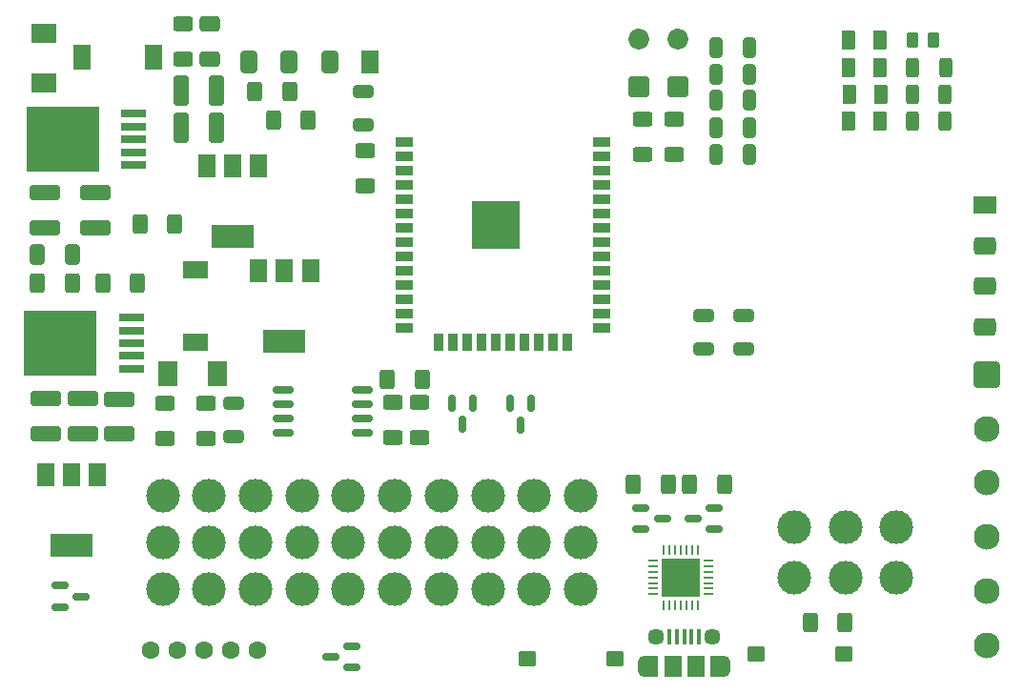
<source format=gbr>
%TF.GenerationSoftware,KiCad,Pcbnew,(6.0.10)*%
%TF.CreationDate,2023-04-25T21:53:47+02:00*%
%TF.ProjectId,sabvoton-controller,73616276-6f74-46f6-9e2d-636f6e74726f,rev?*%
%TF.SameCoordinates,Original*%
%TF.FileFunction,Soldermask,Top*%
%TF.FilePolarity,Negative*%
%FSLAX46Y46*%
G04 Gerber Fmt 4.6, Leading zero omitted, Abs format (unit mm)*
G04 Created by KiCad (PCBNEW (6.0.10)) date 2023-04-25 21:53:47*
%MOMM*%
%LPD*%
G01*
G04 APERTURE LIST*
G04 Aperture macros list*
%AMRoundRect*
0 Rectangle with rounded corners*
0 $1 Rounding radius*
0 $2 $3 $4 $5 $6 $7 $8 $9 X,Y pos of 4 corners*
0 Add a 4 corners polygon primitive as box body*
4,1,4,$2,$3,$4,$5,$6,$7,$8,$9,$2,$3,0*
0 Add four circle primitives for the rounded corners*
1,1,$1+$1,$2,$3*
1,1,$1+$1,$4,$5*
1,1,$1+$1,$6,$7*
1,1,$1+$1,$8,$9*
0 Add four rect primitives between the rounded corners*
20,1,$1+$1,$2,$3,$4,$5,0*
20,1,$1+$1,$4,$5,$6,$7,0*
20,1,$1+$1,$6,$7,$8,$9,0*
20,1,$1+$1,$8,$9,$2,$3,0*%
G04 Aperture macros list end*
%ADD10RoundRect,0.250000X0.375000X0.625000X-0.375000X0.625000X-0.375000X-0.625000X0.375000X-0.625000X0*%
%ADD11RoundRect,0.250000X-0.312500X-0.625000X0.312500X-0.625000X0.312500X0.625000X-0.312500X0.625000X0*%
%ADD12RoundRect,0.250000X-0.262500X-0.450000X0.262500X-0.450000X0.262500X0.450000X-0.262500X0.450000X0*%
%ADD13RoundRect,0.250000X-0.650000X0.325000X-0.650000X-0.325000X0.650000X-0.325000X0.650000X0.325000X0*%
%ADD14RoundRect,0.250000X0.650000X-0.325000X0.650000X0.325000X-0.650000X0.325000X-0.650000X-0.325000X0*%
%ADD15RoundRect,0.250000X-0.325000X-0.650000X0.325000X-0.650000X0.325000X0.650000X-0.325000X0.650000X0*%
%ADD16RoundRect,0.250000X0.625000X-0.400000X0.625000X0.400000X-0.625000X0.400000X-0.625000X-0.400000X0*%
%ADD17RoundRect,0.250000X0.675000X-0.675000X0.675000X0.675000X-0.675000X0.675000X-0.675000X-0.675000X0*%
%ADD18C,1.850000*%
%ADD19RoundRect,0.400000X0.600000X-0.400000X0.600000X0.400000X-0.600000X0.400000X-0.600000X-0.400000X0*%
%ADD20R,2.000000X1.600000*%
%ADD21C,1.600000*%
%ADD22RoundRect,0.150000X0.800000X0.150000X-0.800000X0.150000X-0.800000X-0.150000X0.800000X-0.150000X0*%
%ADD23R,1.500000X2.000000*%
%ADD24R,3.800000X2.000000*%
%ADD25RoundRect,0.250000X0.400000X0.625000X-0.400000X0.625000X-0.400000X-0.625000X0.400000X-0.625000X0*%
%ADD26RoundRect,0.150000X0.587500X0.150000X-0.587500X0.150000X-0.587500X-0.150000X0.587500X-0.150000X0*%
%ADD27RoundRect,0.150000X-0.150000X0.587500X-0.150000X-0.587500X0.150000X-0.587500X0.150000X0.587500X0*%
%ADD28RoundRect,0.150000X-0.587500X-0.150000X0.587500X-0.150000X0.587500X0.150000X-0.587500X0.150000X0*%
%ADD29RoundRect,0.400000X-0.400000X-0.600000X0.400000X-0.600000X0.400000X0.600000X-0.400000X0.600000X0*%
%ADD30R,1.600000X2.000000*%
%ADD31RoundRect,0.062500X0.062500X-0.337500X0.062500X0.337500X-0.062500X0.337500X-0.062500X-0.337500X0*%
%ADD32RoundRect,0.062500X0.337500X-0.062500X0.337500X0.062500X-0.337500X0.062500X-0.337500X-0.062500X0*%
%ADD33R,3.350000X3.350000*%
%ADD34RoundRect,0.140000X0.610000X0.560000X-0.610000X0.560000X-0.610000X-0.560000X0.610000X-0.560000X0*%
%ADD35RoundRect,0.140000X-0.610000X-0.560000X0.610000X-0.560000X0.610000X0.560000X-0.610000X0.560000X0*%
%ADD36RoundRect,0.250000X-0.400000X-0.625000X0.400000X-0.625000X0.400000X0.625000X-0.400000X0.625000X0*%
%ADD37R,0.400000X1.350000*%
%ADD38R,1.500000X1.900000*%
%ADD39R,1.200000X1.900000*%
%ADD40O,1.200000X1.900000*%
%ADD41C,1.450000*%
%ADD42RoundRect,0.250001X-0.899999X0.899999X-0.899999X-0.899999X0.899999X-0.899999X0.899999X0.899999X0*%
%ADD43C,2.300000*%
%ADD44RoundRect,0.250000X1.100000X-0.412500X1.100000X0.412500X-1.100000X0.412500X-1.100000X-0.412500X0*%
%ADD45RoundRect,0.250000X0.412500X1.100000X-0.412500X1.100000X-0.412500X-1.100000X0.412500X-1.100000X0*%
%ADD46RoundRect,0.250000X0.412500X0.650000X-0.412500X0.650000X-0.412500X-0.650000X0.412500X-0.650000X0*%
%ADD47R,2.200000X0.800000*%
%ADD48R,6.400000X5.800000*%
%ADD49R,2.200000X1.500000*%
%ADD50C,3.000000*%
%ADD51RoundRect,0.250000X-0.650000X0.412500X-0.650000X-0.412500X0.650000X-0.412500X0.650000X0.412500X0*%
%ADD52R,1.500000X2.200000*%
%ADD53R,1.500000X0.900000*%
%ADD54R,0.900000X1.500000*%
%ADD55R,4.200000X4.200000*%
%ADD56C,0.475000*%
%ADD57R,2.200000X1.750000*%
%ADD58R,1.750000X2.200000*%
G04 APERTURE END LIST*
D10*
%TO.C,D5*%
X168120000Y-66070000D03*
X165320000Y-66070000D03*
%TD*%
%TO.C,D6*%
X168130000Y-63690000D03*
X165330000Y-63690000D03*
%TD*%
%TO.C,D4*%
X168120000Y-61300000D03*
X165320000Y-61300000D03*
%TD*%
%TO.C,D3*%
X168120000Y-58910000D03*
X165320000Y-58910000D03*
%TD*%
D11*
%TO.C,R_LED_4*%
X170937500Y-63690000D03*
X173862500Y-63690000D03*
%TD*%
%TO.C,R_LED_3*%
X170927500Y-66070000D03*
X173852500Y-66070000D03*
%TD*%
%TO.C,R_LED_2*%
X170957500Y-61310000D03*
X173882500Y-61310000D03*
%TD*%
D12*
%TO.C,R_LED_1*%
X170957500Y-58910000D03*
X172782500Y-58910000D03*
%TD*%
D13*
%TO.C,CSMALL13*%
X152440000Y-83375000D03*
X152440000Y-86325000D03*
%TD*%
%TO.C,CSMALL12*%
X155940000Y-83335000D03*
X155940000Y-86285000D03*
%TD*%
D14*
%TO.C,CSMALL11*%
X122190000Y-66435000D03*
X122190000Y-63485000D03*
%TD*%
D15*
%TO.C,CSMALL10*%
X153515000Y-69020000D03*
X156465000Y-69020000D03*
%TD*%
%TO.C,CSMALL9*%
X153545000Y-66640000D03*
X156495000Y-66640000D03*
%TD*%
%TO.C,CSMALL8*%
X153545000Y-64230000D03*
X156495000Y-64230000D03*
%TD*%
%TO.C,CSMALL7*%
X153545000Y-61900000D03*
X156495000Y-61900000D03*
%TD*%
%TO.C,CSMALL6*%
X153545000Y-59520000D03*
X156495000Y-59520000D03*
%TD*%
D16*
%TO.C,R10*%
X147000000Y-69030000D03*
X147000000Y-65930000D03*
%TD*%
%TO.C,R9*%
X149780000Y-69030000D03*
X149780000Y-65930000D03*
%TD*%
D17*
%TO.C,J7*%
X146650000Y-63030000D03*
D18*
X146650000Y-58830000D03*
%TD*%
D17*
%TO.C,J6*%
X150100000Y-63000000D03*
D18*
X150100000Y-58800000D03*
%TD*%
D19*
%TO.C,J4*%
X177430000Y-84330000D03*
X177430000Y-80730000D03*
X177430000Y-77130000D03*
D20*
X177430000Y-73530000D03*
%TD*%
D21*
%TO.C,J9*%
X103330000Y-113035000D03*
X105705000Y-113035000D03*
X108080000Y-113035000D03*
X110455000Y-113035000D03*
X112830000Y-113035000D03*
%TD*%
D22*
%TO.C,U7*%
X115110000Y-93785000D03*
X115110000Y-92515000D03*
X115110000Y-91245000D03*
X115110000Y-89975000D03*
X122110000Y-89975000D03*
X122110000Y-91245000D03*
X122110000Y-92515000D03*
X122110000Y-93785000D03*
%TD*%
D23*
%TO.C,U6*%
X98590000Y-97450000D03*
D24*
X96290000Y-103750000D03*
D23*
X96290000Y-97450000D03*
X93990000Y-97450000D03*
%TD*%
D25*
%TO.C,R15*%
X117310000Y-65980000D03*
X114210000Y-65980000D03*
%TD*%
%TO.C,R14*%
X115630000Y-63430000D03*
X112530000Y-63430000D03*
%TD*%
D16*
%TO.C,R11*%
X122350000Y-71800000D03*
X122350000Y-68700000D03*
%TD*%
%TO.C,R8*%
X124790000Y-94180000D03*
X124790000Y-91080000D03*
%TD*%
%TO.C,R7*%
X127180000Y-94180000D03*
X127180000Y-91080000D03*
%TD*%
D25*
%TO.C,R6*%
X127420000Y-88980000D03*
X124320000Y-88980000D03*
%TD*%
%TO.C,R5*%
X164960000Y-110600000D03*
X161860000Y-110600000D03*
%TD*%
D26*
%TO.C,Q4*%
X121207500Y-114590000D03*
X121207500Y-112690000D03*
X119332500Y-113640000D03*
%TD*%
D27*
%TO.C,Q3*%
X131950000Y-91092500D03*
X130050000Y-91092500D03*
X131000000Y-92967500D03*
%TD*%
%TO.C,Q2*%
X137130000Y-91172500D03*
X135230000Y-91172500D03*
X136180000Y-93047500D03*
%TD*%
D28*
%TO.C,Q1*%
X95242500Y-107340000D03*
X95242500Y-109240000D03*
X97117500Y-108290000D03*
%TD*%
D29*
%TO.C,J5*%
X112020000Y-60850000D03*
X115620000Y-60850000D03*
X119220000Y-60850000D03*
D30*
X122820000Y-60850000D03*
%TD*%
D31*
%TO.C,U8*%
X148900000Y-109050000D03*
X149400000Y-109050000D03*
X149900000Y-109050000D03*
X150400000Y-109050000D03*
X150900000Y-109050000D03*
X151400000Y-109050000D03*
X151900000Y-109050000D03*
D32*
X152850000Y-108100000D03*
X152850000Y-107600000D03*
X152850000Y-107100000D03*
X152850000Y-106600000D03*
X152850000Y-106100000D03*
X152850000Y-105600000D03*
X152850000Y-105100000D03*
D31*
X151900000Y-104150000D03*
X151400000Y-104150000D03*
X150900000Y-104150000D03*
X150400000Y-104150000D03*
X149900000Y-104150000D03*
X149400000Y-104150000D03*
X148900000Y-104150000D03*
D32*
X147950000Y-105100000D03*
X147950000Y-105600000D03*
X147950000Y-106100000D03*
X147950000Y-106600000D03*
X147950000Y-107100000D03*
X147950000Y-107600000D03*
X147950000Y-108100000D03*
D33*
X150400000Y-106600000D03*
%TD*%
D34*
%TO.C,SW2*%
X164900000Y-113400000D03*
X157100000Y-113400000D03*
%TD*%
D35*
%TO.C,SW1*%
X136720000Y-113830000D03*
X144520000Y-113830000D03*
%TD*%
D25*
%TO.C,R13*%
X149250000Y-98300000D03*
X146150000Y-98300000D03*
%TD*%
D36*
%TO.C,R12*%
X151150000Y-98300000D03*
X154250000Y-98300000D03*
%TD*%
D26*
%TO.C,Q6*%
X153337500Y-102350000D03*
X153337500Y-100450000D03*
X151462500Y-101400000D03*
%TD*%
D28*
%TO.C,Q5*%
X146862500Y-100450000D03*
X146862500Y-102350000D03*
X148737500Y-101400000D03*
%TD*%
D13*
%TO.C,CSMALL1*%
X110700000Y-91125000D03*
X110700000Y-94075000D03*
%TD*%
D37*
%TO.C,J8*%
X149400000Y-111837500D03*
X150050000Y-111837500D03*
X150700000Y-111837500D03*
X151350000Y-111837500D03*
X152000000Y-111837500D03*
D38*
X149700000Y-114537500D03*
D39*
X153600000Y-114537500D03*
D40*
X154200000Y-114537500D03*
D41*
X148200000Y-111837500D03*
D40*
X147200000Y-114537500D03*
D39*
X147800000Y-114537500D03*
D41*
X153200000Y-111837500D03*
D38*
X151700000Y-114537500D03*
%TD*%
D42*
%TO.C,J3*%
X177600000Y-88600000D03*
D43*
X177600000Y-93400000D03*
X177600000Y-98200000D03*
X177600000Y-103000000D03*
X177600000Y-107800000D03*
X177600000Y-112600000D03*
%TD*%
D16*
%TO.C,RB2*%
X104600000Y-94250000D03*
X104600000Y-91150000D03*
%TD*%
D44*
%TO.C,COUT1*%
X98400000Y-75562500D03*
X98400000Y-72437500D03*
%TD*%
D45*
%TO.C,COUT2*%
X109162500Y-66700000D03*
X106037500Y-66700000D03*
%TD*%
D46*
%TO.C,CFF1*%
X96362500Y-77900000D03*
X93237500Y-77900000D03*
%TD*%
D47*
%TO.C,U2*%
X101600000Y-88080000D03*
X101600000Y-86940000D03*
X101600000Y-85800000D03*
D48*
X95300000Y-85800000D03*
D47*
X101600000Y-84660000D03*
X101600000Y-83520000D03*
%TD*%
D49*
%TO.C,L1*%
X107300000Y-85700000D03*
X107300000Y-79300000D03*
%TD*%
D23*
%TO.C,U5*%
X117500000Y-79350000D03*
D24*
X115200000Y-85650000D03*
D23*
X115200000Y-79350000D03*
X112900000Y-79350000D03*
%TD*%
D44*
%TO.C,CIN1*%
X94000000Y-93862500D03*
X94000000Y-90737500D03*
%TD*%
D50*
%TO.C,J1*%
X160500000Y-102150000D03*
X165000000Y-102150000D03*
X169500000Y-102150000D03*
X160500000Y-106650000D03*
X165000000Y-106650000D03*
X169500000Y-106650000D03*
%TD*%
D51*
%TO.C,CFF2*%
X108600000Y-57437500D03*
X108600000Y-60562500D03*
%TD*%
D52*
%TO.C,L2*%
X97200000Y-60400000D03*
X103600000Y-60400000D03*
%TD*%
D53*
%TO.C,U1*%
X125870000Y-67950000D03*
X125870000Y-69220000D03*
X125870000Y-70490000D03*
X125870000Y-71760000D03*
X125870000Y-73030000D03*
X125870000Y-74300000D03*
X125870000Y-75570000D03*
X125870000Y-76840000D03*
X125870000Y-78110000D03*
X125870000Y-79380000D03*
X125870000Y-80650000D03*
X125870000Y-81920000D03*
X125870000Y-83190000D03*
X125870000Y-84460000D03*
D54*
X128910000Y-85710000D03*
X130180000Y-85710000D03*
X131450000Y-85710000D03*
X132720000Y-85710000D03*
X133990000Y-85710000D03*
X135260000Y-85710000D03*
X136530000Y-85710000D03*
X137800000Y-85710000D03*
X139070000Y-85710000D03*
X140340000Y-85710000D03*
D53*
X143370000Y-84460000D03*
X143370000Y-83190000D03*
X143370000Y-81920000D03*
X143370000Y-80650000D03*
X143370000Y-79380000D03*
X143370000Y-78110000D03*
X143370000Y-76840000D03*
X143370000Y-75570000D03*
X143370000Y-74300000D03*
X143370000Y-73030000D03*
X143370000Y-71760000D03*
X143370000Y-70490000D03*
X143370000Y-69220000D03*
X143370000Y-67950000D03*
D55*
X133940000Y-75290000D03*
D56*
X133177500Y-75290000D03*
X134702500Y-75290000D03*
X133940000Y-74527500D03*
X133940000Y-76052500D03*
X132415000Y-74527500D03*
X135465000Y-76052500D03*
X133177500Y-76815000D03*
X133177500Y-73765000D03*
X134702500Y-73765000D03*
X132415000Y-76052500D03*
X135465000Y-74527500D03*
X134702500Y-76815000D03*
%TD*%
D36*
%TO.C,R1*%
X93250000Y-80500000D03*
X96350000Y-80500000D03*
%TD*%
%TO.C,R4*%
X102350000Y-75200000D03*
X105450000Y-75200000D03*
%TD*%
D44*
%TO.C,COUT3*%
X93900000Y-75562500D03*
X93900000Y-72437500D03*
%TD*%
D47*
%TO.C,U3*%
X101800000Y-69980000D03*
X101800000Y-68840000D03*
X101800000Y-67700000D03*
D48*
X95500000Y-67700000D03*
D47*
X101800000Y-66560000D03*
X101800000Y-65420000D03*
%TD*%
D16*
%TO.C,RB1*%
X108200000Y-94250000D03*
X108200000Y-91150000D03*
%TD*%
D23*
%TO.C,U4*%
X112900000Y-70050000D03*
X110600000Y-70050000D03*
D24*
X110600000Y-76350000D03*
D23*
X108300000Y-70050000D03*
%TD*%
D36*
%TO.C,R2*%
X99050000Y-80500000D03*
X102150000Y-80500000D03*
%TD*%
D57*
%TO.C,D2*%
X93800000Y-62700000D03*
X93800000Y-58300000D03*
%TD*%
D44*
%TO.C,CIN3*%
X100520000Y-93882500D03*
X100520000Y-90757500D03*
%TD*%
D50*
%TO.C,J2*%
X104375000Y-99375000D03*
X108500000Y-99375000D03*
X112625000Y-99375000D03*
X116750000Y-99375000D03*
X120875000Y-99375000D03*
X125000000Y-99375000D03*
X129125000Y-99375000D03*
X133250000Y-99375000D03*
X137375000Y-99375000D03*
X141500000Y-99375000D03*
X104375000Y-103500000D03*
X108500000Y-103500000D03*
X112625000Y-103500000D03*
X116750000Y-103500000D03*
X120875000Y-103500000D03*
X125000000Y-103500000D03*
X129125000Y-103500000D03*
X133250000Y-103500000D03*
X137375000Y-103500000D03*
X141500000Y-103500000D03*
X104375000Y-107625000D03*
X108500000Y-107625000D03*
X112625000Y-107625000D03*
X116750000Y-107625000D03*
X120875000Y-107625000D03*
X125000000Y-107625000D03*
X129125000Y-107625000D03*
X133250000Y-107625000D03*
X137375000Y-107625000D03*
X141500000Y-107625000D03*
%TD*%
D45*
%TO.C,COUT4*%
X109162500Y-63400000D03*
X106037500Y-63400000D03*
%TD*%
D16*
%TO.C,R3*%
X106200000Y-60550000D03*
X106200000Y-57450000D03*
%TD*%
D58*
%TO.C,D1*%
X104800000Y-88500000D03*
X109200000Y-88500000D03*
%TD*%
D44*
%TO.C,CIN2*%
X97260000Y-93872500D03*
X97260000Y-90747500D03*
%TD*%
M02*

</source>
